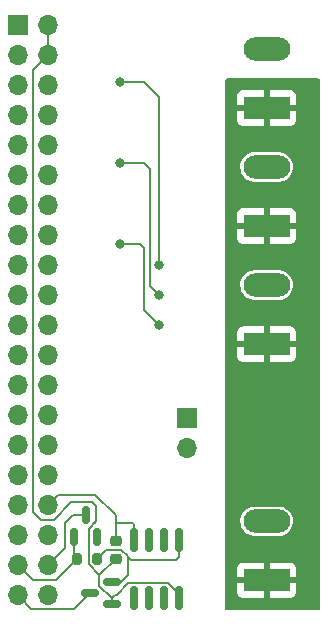
<source format=gbr>
%TF.GenerationSoftware,KiCad,Pcbnew,(6.0.9)*%
%TF.CreationDate,2022-11-25T17:28:49+01:00*%
%TF.ProjectId,gpio_isolated_switches,6770696f-5f69-4736-9f6c-617465645f73,rev?*%
%TF.SameCoordinates,Original*%
%TF.FileFunction,Copper,L1,Top*%
%TF.FilePolarity,Positive*%
%FSLAX46Y46*%
G04 Gerber Fmt 4.6, Leading zero omitted, Abs format (unit mm)*
G04 Created by KiCad (PCBNEW (6.0.9)) date 2022-11-25 17:28:49*
%MOMM*%
%LPD*%
G01*
G04 APERTURE LIST*
G04 Aperture macros list*
%AMRoundRect*
0 Rectangle with rounded corners*
0 $1 Rounding radius*
0 $2 $3 $4 $5 $6 $7 $8 $9 X,Y pos of 4 corners*
0 Add a 4 corners polygon primitive as box body*
4,1,4,$2,$3,$4,$5,$6,$7,$8,$9,$2,$3,0*
0 Add four circle primitives for the rounded corners*
1,1,$1+$1,$2,$3*
1,1,$1+$1,$4,$5*
1,1,$1+$1,$6,$7*
1,1,$1+$1,$8,$9*
0 Add four rect primitives between the rounded corners*
20,1,$1+$1,$2,$3,$4,$5,0*
20,1,$1+$1,$4,$5,$6,$7,0*
20,1,$1+$1,$6,$7,$8,$9,0*
20,1,$1+$1,$8,$9,$2,$3,0*%
G04 Aperture macros list end*
%TA.AperFunction,ComponentPad*%
%ADD10R,1.700000X1.700000*%
%TD*%
%TA.AperFunction,ComponentPad*%
%ADD11O,1.700000X1.700000*%
%TD*%
%TA.AperFunction,ComponentPad*%
%ADD12R,3.960000X1.980000*%
%TD*%
%TA.AperFunction,ComponentPad*%
%ADD13O,3.960000X1.980000*%
%TD*%
%TA.AperFunction,SMDPad,CuDef*%
%ADD14RoundRect,0.200000X0.200000X0.275000X-0.200000X0.275000X-0.200000X-0.275000X0.200000X-0.275000X0*%
%TD*%
%TA.AperFunction,SMDPad,CuDef*%
%ADD15RoundRect,0.150000X0.587500X0.150000X-0.587500X0.150000X-0.587500X-0.150000X0.587500X-0.150000X0*%
%TD*%
%TA.AperFunction,SMDPad,CuDef*%
%ADD16RoundRect,0.225000X0.250000X-0.225000X0.250000X0.225000X-0.250000X0.225000X-0.250000X-0.225000X0*%
%TD*%
%TA.AperFunction,SMDPad,CuDef*%
%ADD17RoundRect,0.150000X-0.150000X0.825000X-0.150000X-0.825000X0.150000X-0.825000X0.150000X0.825000X0*%
%TD*%
%TA.AperFunction,SMDPad,CuDef*%
%ADD18RoundRect,0.150000X0.150000X-0.587500X0.150000X0.587500X-0.150000X0.587500X-0.150000X-0.587500X0*%
%TD*%
%TA.AperFunction,ViaPad*%
%ADD19C,0.800000*%
%TD*%
%TA.AperFunction,Conductor*%
%ADD20C,0.200000*%
%TD*%
G04 APERTURE END LIST*
D10*
%TO.P,J7,1,Pin_1*%
%TO.N,Net-(J7-Pad1)*%
X98750000Y-77750000D03*
D11*
%TO.P,J7,2,Pin_2*%
%TO.N,Net-(J7-Pad2)*%
X98750000Y-80290000D03*
%TD*%
D12*
%TO.P,J6,1,Pin_1*%
%TO.N,+24V*%
X105500000Y-91500000D03*
D13*
%TO.P,J6,2,Pin_2*%
%TO.N,GNDPWR*%
X105500000Y-86500000D03*
%TD*%
D14*
%TO.P,R11,1*%
%TO.N,Net-(R11-Pad1)*%
X91122000Y-89662000D03*
%TO.P,R11,2*%
%TO.N,/ADC*%
X89472000Y-89662000D03*
%TD*%
D12*
%TO.P,J3,1,Pin_1*%
%TO.N,+24V*%
X105500000Y-61495000D03*
D13*
%TO.P,J3,2,Pin_2*%
%TO.N,Net-(J3-Pad2)*%
X105500000Y-56495000D03*
%TD*%
D12*
%TO.P,J2,1,Pin_1*%
%TO.N,+24V*%
X105500000Y-71500000D03*
D13*
%TO.P,J2,2,Pin_2*%
%TO.N,Net-(J2-Pad2)*%
X105500000Y-66500000D03*
%TD*%
D15*
%TO.P,U8,1,+VS*%
%TO.N,+5V*%
X92377500Y-93533000D03*
%TO.P,U8,2,Vout*%
%TO.N,Net-(R11-Pad1)*%
X92377500Y-91633000D03*
%TO.P,U8,3,GND*%
%TO.N,GND*%
X90502500Y-92583000D03*
%TD*%
D16*
%TO.P,C7,1*%
%TO.N,+5V*%
X92710000Y-89675000D03*
%TO.P,C7,2*%
%TO.N,GND*%
X92710000Y-88125000D03*
%TD*%
D17*
%TO.P,U9,1,Vout*%
%TO.N,Net-(R11-Pad1)*%
X98044000Y-88076000D03*
%TO.P,U9,2,NC*%
%TO.N,unconnected-(U9-Pad2)*%
X96774000Y-88076000D03*
%TO.P,U9,3,NC*%
%TO.N,unconnected-(U9-Pad3)*%
X95504000Y-88076000D03*
%TO.P,U9,4,GND*%
%TO.N,GND*%
X94234000Y-88076000D03*
%TO.P,U9,5,NC*%
%TO.N,unconnected-(U9-Pad5)*%
X94234000Y-93026000D03*
%TO.P,U9,6,NC*%
%TO.N,unconnected-(U9-Pad6)*%
X95504000Y-93026000D03*
%TO.P,U9,7,NC*%
%TO.N,unconnected-(U9-Pad7)*%
X96774000Y-93026000D03*
%TO.P,U9,8,+VS*%
%TO.N,+5V*%
X98044000Y-93026000D03*
%TD*%
D18*
%TO.P,D1,1*%
%TO.N,/ADC*%
X89220000Y-87805500D03*
%TO.P,D1,2*%
%TO.N,unconnected-(D1-Pad2)*%
X91120000Y-87805500D03*
%TO.P,D1,3*%
%TO.N,+1V8*%
X90170000Y-85930500D03*
%TD*%
D12*
%TO.P,J4,1,Pin_1*%
%TO.N,+24V*%
X105500000Y-51500000D03*
D13*
%TO.P,J4,2,Pin_2*%
%TO.N,Net-(J4-Pad2)*%
X105500000Y-46500000D03*
%TD*%
D10*
%TO.P,J5,1,Pin_1*%
%TO.N,unconnected-(J5-Pad1)*%
X84435000Y-44480000D03*
D11*
%TO.P,J5,2,Pin_2*%
%TO.N,+5V*%
X86975000Y-44480000D03*
%TO.P,J5,3,Pin_3*%
%TO.N,unconnected-(J5-Pad3)*%
X84435000Y-47020000D03*
%TO.P,J5,4,Pin_4*%
%TO.N,+5V*%
X86975000Y-47020000D03*
%TO.P,J5,5,Pin_5*%
%TO.N,unconnected-(J5-Pad5)*%
X84435000Y-49560000D03*
%TO.P,J5,6,Pin_6*%
%TO.N,unconnected-(J5-Pad6)*%
X86975000Y-49560000D03*
%TO.P,J5,7,Pin_7*%
%TO.N,unconnected-(J5-Pad7)*%
X84435000Y-52100000D03*
%TO.P,J5,8,Pin_8*%
%TO.N,unconnected-(J5-Pad8)*%
X86975000Y-52100000D03*
%TO.P,J5,9,Pin_9*%
%TO.N,unconnected-(J5-Pad9)*%
X84435000Y-54640000D03*
%TO.P,J5,10,Pin_10*%
%TO.N,unconnected-(J5-Pad10)*%
X86975000Y-54640000D03*
%TO.P,J5,11,Pin_11*%
%TO.N,unconnected-(J5-Pad11)*%
X84435000Y-57180000D03*
%TO.P,J5,12,Pin_12*%
%TO.N,/SW3*%
X86975000Y-57180000D03*
%TO.P,J5,13,Pin_13*%
%TO.N,unconnected-(J5-Pad13)*%
X84435000Y-59720000D03*
%TO.P,J5,14,Pin_14*%
%TO.N,unconnected-(J5-Pad14)*%
X86975000Y-59720000D03*
%TO.P,J5,15,Pin_15*%
%TO.N,unconnected-(J5-Pad15)*%
X84435000Y-62260000D03*
%TO.P,J5,16,Pin_16*%
%TO.N,unconnected-(J5-Pad16)*%
X86975000Y-62260000D03*
%TO.P,J5,17,Pin_17*%
%TO.N,+3V3*%
X84435000Y-64800000D03*
%TO.P,J5,18,Pin_18*%
%TO.N,unconnected-(J5-Pad18)*%
X86975000Y-64800000D03*
%TO.P,J5,19,Pin_19*%
%TO.N,unconnected-(J5-Pad19)*%
X84435000Y-67340000D03*
%TO.P,J5,20,Pin_20*%
%TO.N,unconnected-(J5-Pad20)*%
X86975000Y-67340000D03*
%TO.P,J5,21,Pin_21*%
%TO.N,unconnected-(J5-Pad21)*%
X84435000Y-69880000D03*
%TO.P,J5,22,Pin_22*%
%TO.N,/SW2*%
X86975000Y-69880000D03*
%TO.P,J5,23,Pin_23*%
%TO.N,unconnected-(J5-Pad23)*%
X84435000Y-72420000D03*
%TO.P,J5,24,Pin_24*%
%TO.N,unconnected-(J5-Pad24)*%
X86975000Y-72420000D03*
%TO.P,J5,25,Pin_25*%
%TO.N,unconnected-(J5-Pad25)*%
X84435000Y-74960000D03*
%TO.P,J5,26,Pin_26*%
%TO.N,/SW1*%
X86975000Y-74960000D03*
%TO.P,J5,27,Pin_27*%
%TO.N,unconnected-(J5-Pad27)*%
X84435000Y-77500000D03*
%TO.P,J5,28,Pin_28*%
%TO.N,unconnected-(J5-Pad28)*%
X86975000Y-77500000D03*
%TO.P,J5,29,Pin_29*%
%TO.N,unconnected-(J5-Pad29)*%
X84435000Y-80040000D03*
%TO.P,J5,30,Pin_30*%
%TO.N,unconnected-(J5-Pad30)*%
X86975000Y-80040000D03*
%TO.P,J5,31,Pin_31*%
%TO.N,unconnected-(J5-Pad31)*%
X84435000Y-82580000D03*
%TO.P,J5,32,Pin_32*%
%TO.N,/SW0*%
X86975000Y-82580000D03*
%TO.P,J5,33,Pin_33*%
%TO.N,unconnected-(J5-Pad33)*%
X84435000Y-85120000D03*
%TO.P,J5,34,Pin_34*%
%TO.N,GND*%
X86975000Y-85120000D03*
%TO.P,J5,35,Pin_35*%
%TO.N,unconnected-(J5-Pad35)*%
X84435000Y-87660000D03*
%TO.P,J5,36,Pin_36*%
%TO.N,unconnected-(J5-Pad36)*%
X86975000Y-87660000D03*
%TO.P,J5,37,Pin_37*%
%TO.N,/ADC*%
X84435000Y-90200000D03*
%TO.P,J5,38,Pin_38*%
%TO.N,+1V8*%
X86975000Y-90200000D03*
%TO.P,J5,39,Pin_39*%
%TO.N,GND*%
X84435000Y-92740000D03*
%TO.P,J5,40,Pin_40*%
%TO.N,unconnected-(J5-Pad40)*%
X86975000Y-92740000D03*
%TD*%
D19*
%TO.N,Net-(R6-Pad1)*%
X93091000Y-62992000D03*
X96393000Y-69885000D03*
%TO.N,Net-(R7-Pad1)*%
X96393000Y-67345000D03*
X93091000Y-56134000D03*
%TO.N,Net-(R8-Pad1)*%
X93091000Y-49276000D03*
X96393000Y-64805000D03*
%TD*%
D20*
%TO.N,GND*%
X91001000Y-84270000D02*
X92710000Y-85979000D01*
X90502500Y-92583000D02*
X90422000Y-92502500D01*
X94107000Y-86614000D02*
X94234000Y-86741000D01*
X94234000Y-86741000D02*
X94234000Y-88076000D01*
X89195500Y-93890000D02*
X90502500Y-92583000D01*
X85585000Y-93890000D02*
X89195500Y-93890000D01*
X92710000Y-85979000D02*
X92710000Y-86614000D01*
X86975000Y-85120000D02*
X87825000Y-84270000D01*
X84435000Y-92740000D02*
X85585000Y-93890000D01*
X87825000Y-84270000D02*
X91001000Y-84270000D01*
X92710000Y-88125000D02*
X92710000Y-86614000D01*
X92710000Y-86614000D02*
X94107000Y-86614000D01*
%TO.N,/ADC*%
X89220000Y-87805500D02*
X89220000Y-89410000D01*
X84435000Y-90200000D02*
X85675000Y-91440000D01*
X89220000Y-89410000D02*
X89472000Y-89662000D01*
X85675000Y-91440000D02*
X87694000Y-91440000D01*
X87694000Y-91440000D02*
X89472000Y-89662000D01*
%TO.N,+1V8*%
X86975000Y-90200000D02*
X88392000Y-88783000D01*
X88392000Y-88783000D02*
X88392000Y-86614000D01*
X88392000Y-86614000D02*
X89075500Y-85930500D01*
X89075500Y-85930500D02*
X90170000Y-85930500D01*
%TO.N,+5V*%
X86975000Y-44480000D02*
X86975000Y-47020000D01*
X91340000Y-91969396D02*
X92377500Y-93006896D01*
X92377500Y-93006896D02*
X92377500Y-93533000D01*
X91059000Y-85217000D02*
X90735000Y-84893000D01*
X85725000Y-85725000D02*
X85725000Y-48270000D01*
X91059000Y-86487000D02*
X90937604Y-86614000D01*
X98044000Y-93026000D02*
X98044000Y-92684604D01*
X92710000Y-89675000D02*
X91340000Y-91045000D01*
X91340000Y-91045000D02*
X91322893Y-91045000D01*
X92674396Y-92710000D02*
X92377500Y-93006896D01*
X90422000Y-87124000D02*
X91059000Y-86487000D01*
X85725000Y-48270000D02*
X86975000Y-47020000D01*
X92837000Y-92710000D02*
X92674396Y-92710000D01*
X90937604Y-86614000D02*
X90937604Y-86608396D01*
X88970000Y-84893000D02*
X87503000Y-86360000D01*
X90735000Y-84893000D02*
X88970000Y-84893000D01*
X91059000Y-86487000D02*
X91059000Y-85217000D01*
X86360000Y-86360000D02*
X85725000Y-85725000D01*
X90422000Y-90144107D02*
X90422000Y-87124000D01*
X91322893Y-91045000D02*
X90422000Y-90144107D01*
X98044000Y-92684604D02*
X97110396Y-91751000D01*
X87503000Y-86360000D02*
X86360000Y-86360000D01*
X97110396Y-91751000D02*
X93796000Y-91751000D01*
X90937604Y-86608396D02*
X91059000Y-86487000D01*
X93796000Y-91751000D02*
X92837000Y-92710000D01*
X91340000Y-91045000D02*
X91340000Y-91969396D01*
%TO.N,Net-(R6-Pad1)*%
X96393000Y-69885000D02*
X95123000Y-68615000D01*
X95123000Y-68615000D02*
X95123000Y-65567000D01*
X95123000Y-66167000D02*
X95123000Y-63373000D01*
X95123000Y-63373000D02*
X94742000Y-62992000D01*
X94742000Y-62992000D02*
X93091000Y-62992000D01*
%TO.N,Net-(R7-Pad1)*%
X95123000Y-56134000D02*
X93091000Y-56134000D01*
X95631000Y-56642000D02*
X95123000Y-56134000D01*
X95631000Y-66583000D02*
X95631000Y-64424000D01*
X95631000Y-65024000D02*
X95631000Y-56642000D01*
X96393000Y-67345000D02*
X95631000Y-66583000D01*
%TO.N,Net-(R8-Pad1)*%
X95123000Y-49276000D02*
X93091000Y-49276000D01*
X96393000Y-64805000D02*
X96393000Y-50546000D01*
X96393000Y-50546000D02*
X95123000Y-49276000D01*
%TO.N,Net-(R11-Pad1)*%
X93980000Y-89789000D02*
X97790000Y-89789000D01*
X93726000Y-89535000D02*
X93980000Y-89789000D01*
X92377500Y-91633000D02*
X93152000Y-91633000D01*
X91122000Y-89662000D02*
X91859000Y-88925000D01*
X97790000Y-89789000D02*
X98044000Y-89535000D01*
X93152000Y-91633000D02*
X93726000Y-91059000D01*
X91859000Y-88925000D02*
X93177462Y-88925000D01*
X93726000Y-91059000D02*
X93726000Y-89535000D01*
X93726000Y-89473538D02*
X93726000Y-89535000D01*
X93177462Y-88925000D02*
X93726000Y-89473538D01*
X98044000Y-89535000D02*
X98044000Y-88076000D01*
%TD*%
%TA.AperFunction,Conductor*%
%TO.N,+24V*%
G36*
X109942121Y-49020002D02*
G01*
X109988614Y-49073658D01*
X110000000Y-49126000D01*
X110000000Y-93874000D01*
X109979998Y-93942121D01*
X109926342Y-93988614D01*
X109874000Y-94000000D01*
X102126000Y-94000000D01*
X102057879Y-93979998D01*
X102011386Y-93926342D01*
X102000000Y-93874000D01*
X102000000Y-92534669D01*
X103012001Y-92534669D01*
X103012371Y-92541490D01*
X103017895Y-92592352D01*
X103021521Y-92607604D01*
X103066676Y-92728054D01*
X103075214Y-92743649D01*
X103151715Y-92845724D01*
X103164276Y-92858285D01*
X103266351Y-92934786D01*
X103281946Y-92943324D01*
X103402394Y-92988478D01*
X103417649Y-92992105D01*
X103468514Y-92997631D01*
X103475328Y-92998000D01*
X105227885Y-92998000D01*
X105243124Y-92993525D01*
X105244329Y-92992135D01*
X105246000Y-92984452D01*
X105246000Y-92979884D01*
X105754000Y-92979884D01*
X105758475Y-92995123D01*
X105759865Y-92996328D01*
X105767548Y-92997999D01*
X107524669Y-92997999D01*
X107531490Y-92997629D01*
X107582352Y-92992105D01*
X107597604Y-92988479D01*
X107718054Y-92943324D01*
X107733649Y-92934786D01*
X107835724Y-92858285D01*
X107848285Y-92845724D01*
X107924786Y-92743649D01*
X107933324Y-92728054D01*
X107978478Y-92607606D01*
X107982105Y-92592351D01*
X107987631Y-92541486D01*
X107988000Y-92534672D01*
X107988000Y-91772115D01*
X107983525Y-91756876D01*
X107982135Y-91755671D01*
X107974452Y-91754000D01*
X105772115Y-91754000D01*
X105756876Y-91758475D01*
X105755671Y-91759865D01*
X105754000Y-91767548D01*
X105754000Y-92979884D01*
X105246000Y-92979884D01*
X105246000Y-91772115D01*
X105241525Y-91756876D01*
X105240135Y-91755671D01*
X105232452Y-91754000D01*
X103030116Y-91754000D01*
X103014877Y-91758475D01*
X103013672Y-91759865D01*
X103012001Y-91767548D01*
X103012001Y-92534669D01*
X102000000Y-92534669D01*
X102000000Y-91227885D01*
X103012000Y-91227885D01*
X103016475Y-91243124D01*
X103017865Y-91244329D01*
X103025548Y-91246000D01*
X105227885Y-91246000D01*
X105243124Y-91241525D01*
X105244329Y-91240135D01*
X105246000Y-91232452D01*
X105246000Y-91227885D01*
X105754000Y-91227885D01*
X105758475Y-91243124D01*
X105759865Y-91244329D01*
X105767548Y-91246000D01*
X107969884Y-91246000D01*
X107985123Y-91241525D01*
X107986328Y-91240135D01*
X107987999Y-91232452D01*
X107987999Y-90465331D01*
X107987629Y-90458510D01*
X107982105Y-90407648D01*
X107978479Y-90392396D01*
X107933324Y-90271946D01*
X107924786Y-90256351D01*
X107848285Y-90154276D01*
X107835724Y-90141715D01*
X107733649Y-90065214D01*
X107718054Y-90056676D01*
X107597606Y-90011522D01*
X107582351Y-90007895D01*
X107531486Y-90002369D01*
X107524672Y-90002000D01*
X105772115Y-90002000D01*
X105756876Y-90006475D01*
X105755671Y-90007865D01*
X105754000Y-90015548D01*
X105754000Y-91227885D01*
X105246000Y-91227885D01*
X105246000Y-90020116D01*
X105241525Y-90004877D01*
X105240135Y-90003672D01*
X105232452Y-90002001D01*
X103475331Y-90002001D01*
X103468510Y-90002371D01*
X103417648Y-90007895D01*
X103402396Y-90011521D01*
X103281946Y-90056676D01*
X103266351Y-90065214D01*
X103164276Y-90141715D01*
X103151715Y-90154276D01*
X103075214Y-90256351D01*
X103066676Y-90271946D01*
X103021522Y-90392394D01*
X103017895Y-90407649D01*
X103012369Y-90458514D01*
X103012000Y-90465328D01*
X103012000Y-91227885D01*
X102000000Y-91227885D01*
X102000000Y-86539249D01*
X103261087Y-86539249D01*
X103287775Y-86759792D01*
X103353097Y-86972123D01*
X103355667Y-86977103D01*
X103355669Y-86977107D01*
X103422515Y-87106619D01*
X103454987Y-87169532D01*
X103590225Y-87345777D01*
X103594370Y-87349548D01*
X103594373Y-87349552D01*
X103738262Y-87480481D01*
X103754535Y-87495288D01*
X103869261Y-87567255D01*
X103937969Y-87610356D01*
X103937973Y-87610358D01*
X103942725Y-87613339D01*
X104148846Y-87696199D01*
X104366383Y-87741249D01*
X104370994Y-87741515D01*
X104370995Y-87741515D01*
X104420942Y-87744395D01*
X104420946Y-87744395D01*
X104422765Y-87744500D01*
X106546360Y-87744500D01*
X106549147Y-87744251D01*
X106549153Y-87744251D01*
X106618317Y-87738078D01*
X106711273Y-87729782D01*
X106925551Y-87671162D01*
X106930609Y-87668750D01*
X106930613Y-87668748D01*
X107120996Y-87577940D01*
X107120998Y-87577939D01*
X107126063Y-87575523D01*
X107306469Y-87445888D01*
X107403483Y-87345777D01*
X107457164Y-87290383D01*
X107457166Y-87290381D01*
X107461067Y-87286355D01*
X107504304Y-87222012D01*
X107581845Y-87106619D01*
X107581848Y-87106613D01*
X107584971Y-87101966D01*
X107674265Y-86898549D01*
X107726125Y-86682535D01*
X107738913Y-86460751D01*
X107712225Y-86240208D01*
X107646903Y-86027877D01*
X107579887Y-85898034D01*
X107547584Y-85835449D01*
X107547583Y-85835448D01*
X107545013Y-85830468D01*
X107409775Y-85654223D01*
X107405630Y-85650452D01*
X107405627Y-85650448D01*
X107249618Y-85508491D01*
X107245465Y-85504712D01*
X107113706Y-85422060D01*
X107062031Y-85389644D01*
X107062027Y-85389642D01*
X107057275Y-85386661D01*
X106851154Y-85303801D01*
X106633617Y-85258751D01*
X106629006Y-85258485D01*
X106629005Y-85258485D01*
X106579058Y-85255605D01*
X106579054Y-85255605D01*
X106577235Y-85255500D01*
X104453640Y-85255500D01*
X104450853Y-85255749D01*
X104450847Y-85255749D01*
X104381683Y-85261922D01*
X104288727Y-85270218D01*
X104074449Y-85328838D01*
X104069391Y-85331250D01*
X104069387Y-85331252D01*
X103957610Y-85384567D01*
X103873937Y-85424477D01*
X103693531Y-85554112D01*
X103689626Y-85558142D01*
X103592204Y-85658674D01*
X103538933Y-85713645D01*
X103535806Y-85718299D01*
X103418155Y-85893381D01*
X103418152Y-85893387D01*
X103415029Y-85898034D01*
X103325735Y-86101451D01*
X103273875Y-86317465D01*
X103261087Y-86539249D01*
X102000000Y-86539249D01*
X102000000Y-72534669D01*
X103012001Y-72534669D01*
X103012371Y-72541490D01*
X103017895Y-72592352D01*
X103021521Y-72607604D01*
X103066676Y-72728054D01*
X103075214Y-72743649D01*
X103151715Y-72845724D01*
X103164276Y-72858285D01*
X103266351Y-72934786D01*
X103281946Y-72943324D01*
X103402394Y-72988478D01*
X103417649Y-72992105D01*
X103468514Y-72997631D01*
X103475328Y-72998000D01*
X105227885Y-72998000D01*
X105243124Y-72993525D01*
X105244329Y-72992135D01*
X105246000Y-72984452D01*
X105246000Y-72979884D01*
X105754000Y-72979884D01*
X105758475Y-72995123D01*
X105759865Y-72996328D01*
X105767548Y-72997999D01*
X107524669Y-72997999D01*
X107531490Y-72997629D01*
X107582352Y-72992105D01*
X107597604Y-72988479D01*
X107718054Y-72943324D01*
X107733649Y-72934786D01*
X107835724Y-72858285D01*
X107848285Y-72845724D01*
X107924786Y-72743649D01*
X107933324Y-72728054D01*
X107978478Y-72607606D01*
X107982105Y-72592351D01*
X107987631Y-72541486D01*
X107988000Y-72534672D01*
X107988000Y-71772115D01*
X107983525Y-71756876D01*
X107982135Y-71755671D01*
X107974452Y-71754000D01*
X105772115Y-71754000D01*
X105756876Y-71758475D01*
X105755671Y-71759865D01*
X105754000Y-71767548D01*
X105754000Y-72979884D01*
X105246000Y-72979884D01*
X105246000Y-71772115D01*
X105241525Y-71756876D01*
X105240135Y-71755671D01*
X105232452Y-71754000D01*
X103030116Y-71754000D01*
X103014877Y-71758475D01*
X103013672Y-71759865D01*
X103012001Y-71767548D01*
X103012001Y-72534669D01*
X102000000Y-72534669D01*
X102000000Y-71227885D01*
X103012000Y-71227885D01*
X103016475Y-71243124D01*
X103017865Y-71244329D01*
X103025548Y-71246000D01*
X105227885Y-71246000D01*
X105243124Y-71241525D01*
X105244329Y-71240135D01*
X105246000Y-71232452D01*
X105246000Y-71227885D01*
X105754000Y-71227885D01*
X105758475Y-71243124D01*
X105759865Y-71244329D01*
X105767548Y-71246000D01*
X107969884Y-71246000D01*
X107985123Y-71241525D01*
X107986328Y-71240135D01*
X107987999Y-71232452D01*
X107987999Y-70465331D01*
X107987629Y-70458510D01*
X107982105Y-70407648D01*
X107978479Y-70392396D01*
X107933324Y-70271946D01*
X107924786Y-70256351D01*
X107848285Y-70154276D01*
X107835724Y-70141715D01*
X107733649Y-70065214D01*
X107718054Y-70056676D01*
X107597606Y-70011522D01*
X107582351Y-70007895D01*
X107531486Y-70002369D01*
X107524672Y-70002000D01*
X105772115Y-70002000D01*
X105756876Y-70006475D01*
X105755671Y-70007865D01*
X105754000Y-70015548D01*
X105754000Y-71227885D01*
X105246000Y-71227885D01*
X105246000Y-70020116D01*
X105241525Y-70004877D01*
X105240135Y-70003672D01*
X105232452Y-70002001D01*
X103475331Y-70002001D01*
X103468510Y-70002371D01*
X103417648Y-70007895D01*
X103402396Y-70011521D01*
X103281946Y-70056676D01*
X103266351Y-70065214D01*
X103164276Y-70141715D01*
X103151715Y-70154276D01*
X103075214Y-70256351D01*
X103066676Y-70271946D01*
X103021522Y-70392394D01*
X103017895Y-70407649D01*
X103012369Y-70458514D01*
X103012000Y-70465328D01*
X103012000Y-71227885D01*
X102000000Y-71227885D01*
X102000000Y-66539249D01*
X103261087Y-66539249D01*
X103287775Y-66759792D01*
X103353097Y-66972123D01*
X103355667Y-66977103D01*
X103355669Y-66977107D01*
X103422515Y-67106619D01*
X103454987Y-67169532D01*
X103590225Y-67345777D01*
X103594370Y-67349548D01*
X103594373Y-67349552D01*
X103738262Y-67480481D01*
X103754535Y-67495288D01*
X103869261Y-67567255D01*
X103937969Y-67610356D01*
X103937973Y-67610358D01*
X103942725Y-67613339D01*
X104148846Y-67696199D01*
X104366383Y-67741249D01*
X104370994Y-67741515D01*
X104370995Y-67741515D01*
X104420942Y-67744395D01*
X104420946Y-67744395D01*
X104422765Y-67744500D01*
X106546360Y-67744500D01*
X106549147Y-67744251D01*
X106549153Y-67744251D01*
X106618317Y-67738078D01*
X106711273Y-67729782D01*
X106925551Y-67671162D01*
X106930609Y-67668750D01*
X106930613Y-67668748D01*
X107120996Y-67577940D01*
X107120998Y-67577939D01*
X107126063Y-67575523D01*
X107306469Y-67445888D01*
X107403483Y-67345777D01*
X107457164Y-67290383D01*
X107457166Y-67290381D01*
X107461067Y-67286355D01*
X107504304Y-67222012D01*
X107581845Y-67106619D01*
X107581848Y-67106613D01*
X107584971Y-67101966D01*
X107674265Y-66898549D01*
X107726125Y-66682535D01*
X107738913Y-66460751D01*
X107712225Y-66240208D01*
X107646903Y-66027877D01*
X107579887Y-65898034D01*
X107547584Y-65835449D01*
X107547583Y-65835448D01*
X107545013Y-65830468D01*
X107409775Y-65654223D01*
X107405630Y-65650452D01*
X107405627Y-65650448D01*
X107249618Y-65508491D01*
X107245465Y-65504712D01*
X107113706Y-65422060D01*
X107062031Y-65389644D01*
X107062027Y-65389642D01*
X107057275Y-65386661D01*
X106851154Y-65303801D01*
X106633617Y-65258751D01*
X106629006Y-65258485D01*
X106629005Y-65258485D01*
X106579058Y-65255605D01*
X106579054Y-65255605D01*
X106577235Y-65255500D01*
X104453640Y-65255500D01*
X104450853Y-65255749D01*
X104450847Y-65255749D01*
X104381683Y-65261922D01*
X104288727Y-65270218D01*
X104074449Y-65328838D01*
X104069391Y-65331250D01*
X104069387Y-65331252D01*
X103957610Y-65384567D01*
X103873937Y-65424477D01*
X103693531Y-65554112D01*
X103689626Y-65558142D01*
X103592204Y-65658674D01*
X103538933Y-65713645D01*
X103535806Y-65718299D01*
X103418155Y-65893381D01*
X103418152Y-65893387D01*
X103415029Y-65898034D01*
X103325735Y-66101451D01*
X103273875Y-66317465D01*
X103261087Y-66539249D01*
X102000000Y-66539249D01*
X102000000Y-62529669D01*
X103012001Y-62529669D01*
X103012371Y-62536490D01*
X103017895Y-62587352D01*
X103021521Y-62602604D01*
X103066676Y-62723054D01*
X103075214Y-62738649D01*
X103151715Y-62840724D01*
X103164276Y-62853285D01*
X103266351Y-62929786D01*
X103281946Y-62938324D01*
X103402394Y-62983478D01*
X103417649Y-62987105D01*
X103468514Y-62992631D01*
X103475328Y-62993000D01*
X105227885Y-62993000D01*
X105243124Y-62988525D01*
X105244329Y-62987135D01*
X105246000Y-62979452D01*
X105246000Y-62974884D01*
X105754000Y-62974884D01*
X105758475Y-62990123D01*
X105759865Y-62991328D01*
X105767548Y-62992999D01*
X107524669Y-62992999D01*
X107531490Y-62992629D01*
X107582352Y-62987105D01*
X107597604Y-62983479D01*
X107718054Y-62938324D01*
X107733649Y-62929786D01*
X107835724Y-62853285D01*
X107848285Y-62840724D01*
X107924786Y-62738649D01*
X107933324Y-62723054D01*
X107978478Y-62602606D01*
X107982105Y-62587351D01*
X107987631Y-62536486D01*
X107988000Y-62529672D01*
X107988000Y-61767115D01*
X107983525Y-61751876D01*
X107982135Y-61750671D01*
X107974452Y-61749000D01*
X105772115Y-61749000D01*
X105756876Y-61753475D01*
X105755671Y-61754865D01*
X105754000Y-61762548D01*
X105754000Y-62974884D01*
X105246000Y-62974884D01*
X105246000Y-61767115D01*
X105241525Y-61751876D01*
X105240135Y-61750671D01*
X105232452Y-61749000D01*
X103030116Y-61749000D01*
X103014877Y-61753475D01*
X103013672Y-61754865D01*
X103012001Y-61762548D01*
X103012001Y-62529669D01*
X102000000Y-62529669D01*
X102000000Y-61222885D01*
X103012000Y-61222885D01*
X103016475Y-61238124D01*
X103017865Y-61239329D01*
X103025548Y-61241000D01*
X105227885Y-61241000D01*
X105243124Y-61236525D01*
X105244329Y-61235135D01*
X105246000Y-61227452D01*
X105246000Y-61222885D01*
X105754000Y-61222885D01*
X105758475Y-61238124D01*
X105759865Y-61239329D01*
X105767548Y-61241000D01*
X107969884Y-61241000D01*
X107985123Y-61236525D01*
X107986328Y-61235135D01*
X107987999Y-61227452D01*
X107987999Y-60460331D01*
X107987629Y-60453510D01*
X107982105Y-60402648D01*
X107978479Y-60387396D01*
X107933324Y-60266946D01*
X107924786Y-60251351D01*
X107848285Y-60149276D01*
X107835724Y-60136715D01*
X107733649Y-60060214D01*
X107718054Y-60051676D01*
X107597606Y-60006522D01*
X107582351Y-60002895D01*
X107531486Y-59997369D01*
X107524672Y-59997000D01*
X105772115Y-59997000D01*
X105756876Y-60001475D01*
X105755671Y-60002865D01*
X105754000Y-60010548D01*
X105754000Y-61222885D01*
X105246000Y-61222885D01*
X105246000Y-60015116D01*
X105241525Y-59999877D01*
X105240135Y-59998672D01*
X105232452Y-59997001D01*
X103475331Y-59997001D01*
X103468510Y-59997371D01*
X103417648Y-60002895D01*
X103402396Y-60006521D01*
X103281946Y-60051676D01*
X103266351Y-60060214D01*
X103164276Y-60136715D01*
X103151715Y-60149276D01*
X103075214Y-60251351D01*
X103066676Y-60266946D01*
X103021522Y-60387394D01*
X103017895Y-60402649D01*
X103012369Y-60453514D01*
X103012000Y-60460328D01*
X103012000Y-61222885D01*
X102000000Y-61222885D01*
X102000000Y-56534249D01*
X103261087Y-56534249D01*
X103287775Y-56754792D01*
X103353097Y-56967123D01*
X103355667Y-56972103D01*
X103355669Y-56972107D01*
X103422515Y-57101619D01*
X103454987Y-57164532D01*
X103590225Y-57340777D01*
X103594370Y-57344548D01*
X103594373Y-57344552D01*
X103738262Y-57475481D01*
X103754535Y-57490288D01*
X103869261Y-57562255D01*
X103937969Y-57605356D01*
X103937973Y-57605358D01*
X103942725Y-57608339D01*
X104148846Y-57691199D01*
X104366383Y-57736249D01*
X104370994Y-57736515D01*
X104370995Y-57736515D01*
X104420942Y-57739395D01*
X104420946Y-57739395D01*
X104422765Y-57739500D01*
X106546360Y-57739500D01*
X106549147Y-57739251D01*
X106549153Y-57739251D01*
X106618317Y-57733078D01*
X106711273Y-57724782D01*
X106925551Y-57666162D01*
X106930609Y-57663750D01*
X106930613Y-57663748D01*
X107120996Y-57572940D01*
X107120998Y-57572939D01*
X107126063Y-57570523D01*
X107306469Y-57440888D01*
X107403483Y-57340777D01*
X107457164Y-57285383D01*
X107457166Y-57285381D01*
X107461067Y-57281355D01*
X107504304Y-57217012D01*
X107581845Y-57101619D01*
X107581848Y-57101613D01*
X107584971Y-57096966D01*
X107674265Y-56893549D01*
X107726125Y-56677535D01*
X107738913Y-56455751D01*
X107712225Y-56235208D01*
X107646903Y-56022877D01*
X107579887Y-55893034D01*
X107547584Y-55830449D01*
X107547583Y-55830448D01*
X107545013Y-55825468D01*
X107409775Y-55649223D01*
X107405630Y-55645452D01*
X107405627Y-55645448D01*
X107249618Y-55503491D01*
X107245465Y-55499712D01*
X107113706Y-55417060D01*
X107062031Y-55384644D01*
X107062027Y-55384642D01*
X107057275Y-55381661D01*
X106851154Y-55298801D01*
X106633617Y-55253751D01*
X106629006Y-55253485D01*
X106629005Y-55253485D01*
X106579058Y-55250605D01*
X106579054Y-55250605D01*
X106577235Y-55250500D01*
X104453640Y-55250500D01*
X104450853Y-55250749D01*
X104450847Y-55250749D01*
X104381683Y-55256922D01*
X104288727Y-55265218D01*
X104074449Y-55323838D01*
X104069391Y-55326250D01*
X104069387Y-55326252D01*
X103957610Y-55379567D01*
X103873937Y-55419477D01*
X103693531Y-55549112D01*
X103689626Y-55553142D01*
X103592204Y-55653674D01*
X103538933Y-55708645D01*
X103535806Y-55713299D01*
X103418155Y-55888381D01*
X103418152Y-55888387D01*
X103415029Y-55893034D01*
X103325735Y-56096451D01*
X103273875Y-56312465D01*
X103261087Y-56534249D01*
X102000000Y-56534249D01*
X102000000Y-52534669D01*
X103012001Y-52534669D01*
X103012371Y-52541490D01*
X103017895Y-52592352D01*
X103021521Y-52607604D01*
X103066676Y-52728054D01*
X103075214Y-52743649D01*
X103151715Y-52845724D01*
X103164276Y-52858285D01*
X103266351Y-52934786D01*
X103281946Y-52943324D01*
X103402394Y-52988478D01*
X103417649Y-52992105D01*
X103468514Y-52997631D01*
X103475328Y-52998000D01*
X105227885Y-52998000D01*
X105243124Y-52993525D01*
X105244329Y-52992135D01*
X105246000Y-52984452D01*
X105246000Y-52979884D01*
X105754000Y-52979884D01*
X105758475Y-52995123D01*
X105759865Y-52996328D01*
X105767548Y-52997999D01*
X107524669Y-52997999D01*
X107531490Y-52997629D01*
X107582352Y-52992105D01*
X107597604Y-52988479D01*
X107718054Y-52943324D01*
X107733649Y-52934786D01*
X107835724Y-52858285D01*
X107848285Y-52845724D01*
X107924786Y-52743649D01*
X107933324Y-52728054D01*
X107978478Y-52607606D01*
X107982105Y-52592351D01*
X107987631Y-52541486D01*
X107988000Y-52534672D01*
X107988000Y-51772115D01*
X107983525Y-51756876D01*
X107982135Y-51755671D01*
X107974452Y-51754000D01*
X105772115Y-51754000D01*
X105756876Y-51758475D01*
X105755671Y-51759865D01*
X105754000Y-51767548D01*
X105754000Y-52979884D01*
X105246000Y-52979884D01*
X105246000Y-51772115D01*
X105241525Y-51756876D01*
X105240135Y-51755671D01*
X105232452Y-51754000D01*
X103030116Y-51754000D01*
X103014877Y-51758475D01*
X103013672Y-51759865D01*
X103012001Y-51767548D01*
X103012001Y-52534669D01*
X102000000Y-52534669D01*
X102000000Y-51227885D01*
X103012000Y-51227885D01*
X103016475Y-51243124D01*
X103017865Y-51244329D01*
X103025548Y-51246000D01*
X105227885Y-51246000D01*
X105243124Y-51241525D01*
X105244329Y-51240135D01*
X105246000Y-51232452D01*
X105246000Y-51227885D01*
X105754000Y-51227885D01*
X105758475Y-51243124D01*
X105759865Y-51244329D01*
X105767548Y-51246000D01*
X107969884Y-51246000D01*
X107985123Y-51241525D01*
X107986328Y-51240135D01*
X107987999Y-51232452D01*
X107987999Y-50465331D01*
X107987629Y-50458510D01*
X107982105Y-50407648D01*
X107978479Y-50392396D01*
X107933324Y-50271946D01*
X107924786Y-50256351D01*
X107848285Y-50154276D01*
X107835724Y-50141715D01*
X107733649Y-50065214D01*
X107718054Y-50056676D01*
X107597606Y-50011522D01*
X107582351Y-50007895D01*
X107531486Y-50002369D01*
X107524672Y-50002000D01*
X105772115Y-50002000D01*
X105756876Y-50006475D01*
X105755671Y-50007865D01*
X105754000Y-50015548D01*
X105754000Y-51227885D01*
X105246000Y-51227885D01*
X105246000Y-50020116D01*
X105241525Y-50004877D01*
X105240135Y-50003672D01*
X105232452Y-50002001D01*
X103475331Y-50002001D01*
X103468510Y-50002371D01*
X103417648Y-50007895D01*
X103402396Y-50011521D01*
X103281946Y-50056676D01*
X103266351Y-50065214D01*
X103164276Y-50141715D01*
X103151715Y-50154276D01*
X103075214Y-50256351D01*
X103066676Y-50271946D01*
X103021522Y-50392394D01*
X103017895Y-50407649D01*
X103012369Y-50458514D01*
X103012000Y-50465328D01*
X103012000Y-51227885D01*
X102000000Y-51227885D01*
X102000000Y-49126000D01*
X102020002Y-49057879D01*
X102073658Y-49011386D01*
X102126000Y-49000000D01*
X109874000Y-49000000D01*
X109942121Y-49020002D01*
G37*
%TD.AperFunction*%
%TD*%
M02*

</source>
